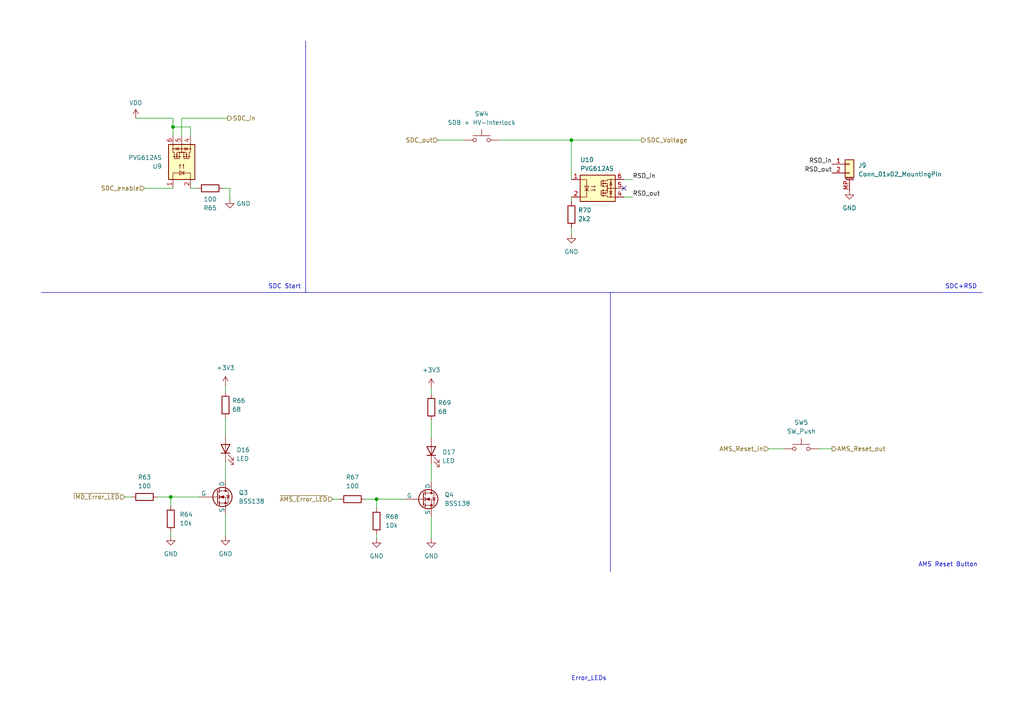
<source format=kicad_sch>
(kicad_sch (version 20250114) (generator "eeschema") (generator_version "9.0")
  (paper "A4")
  (lib_symbols
    (symbol "Connector_Generic_MountingPin:Conn_01x02_MountingPin" (pin_names (offset 1.016) (hide yes))
      (property "Reference" "J" (at 0 2.54 0))
      (property "Value" "Conn_01x02_MountingPin" (at 1.27 -5.08 0))
      (symbol "Conn_01x02_MountingPin_1_1"
        (rectangle (start -1.27 1.27) (end 1.27 -3.81) (stroke (width 0.254)) (fill (type background)))
        (rectangle (start -1.27 0.127) (end 0 -0.127) (stroke (width 0.1524)))
        (rectangle (start -1.27 -2.413) (end 0 -2.667) (stroke (width 0.1524)))
        (polyline (pts (xy -1.016 -4.572) (xy 1.016 -4.572)) (stroke (width 0.1524)))
        (text "Mounting" (at 0 -4.191 0) (effects (font (size 0.381 0.381))))
        (pin passive line (at -5.08 0 0) (length 3.81) (name "Pin_1") (number "1"))
        (pin passive line (at -5.08 -2.54 0) (length 3.81) (name "Pin_2") (number "2"))
        (pin passive line (at 0 -7.62 90) (length 3.048) (name "MountPin") (number "MP"))
      )
    )
    (symbol "Device:LED" (pin_numbers (hide yes)) (pin_names (offset 1.016) (hide yes))
      (property "Reference" "D" (at 0 2.54 0))
      (property "Value" "LED" (at 0 -2.54 0))
      (symbol "LED_0_1"
        (polyline (pts (xy -3.048 -0.762) (xy -4.572 -2.286) (xy -3.81 -2.286) (xy -4.572 -2.286) (xy -4.572 -1.524)))
        (polyline (pts (xy -1.778 -0.762) (xy -3.302 -2.286) (xy -2.54 -2.286) (xy -3.302 -2.286) (xy -3.302 -1.524)))
        (polyline (pts (xy -1.27 0) (xy 1.27 0)))
        (polyline (pts (xy -1.27 -1.27) (xy -1.27 1.27)) (stroke (width 0.254)))
        (polyline (pts (xy 1.27 -1.27) (xy 1.27 1.27) (xy -1.27 0) (xy 1.27 -1.27)) (stroke (width 0.254)))
      )
      (symbol "LED_1_1"
        (pin passive line (at -3.81 0 0) (length 2.54) (name "K") (number "1"))
        (pin passive line (at 3.81 0 180) (length 2.54) (name "A") (number "2"))
      )
    )
    (symbol "Device:R" (pin_numbers (hide yes)) (pin_names (offset 0))
      (property "Reference" "R" (at 2.032 0 90))
      (property "Value" "R" (at 0 0 90))
      (symbol "R_0_1"
        (rectangle (start -1.016 -2.54) (end 1.016 2.54) (stroke (width 0.254)))
      )
      (symbol "R_1_1"
        (pin passive line (at 0 3.81 270) (length 1.27) (name "~") (number "1"))
        (pin passive line (at 0 -3.81 90) (length 1.27) (name "~") (number "2"))
      )
    )
    (symbol "FaSTTUBe_Power-Switches:PVG612AS"
      (property "Reference" "U" (at -3.81 5.08 0))
      (property "Value" "PVG612AS" (at 0 -5.08 0))
      (symbol "PVG612AS_0_1"
        (rectangle (start -5.08 3.81) (end 5.08 -3.81) (stroke (width 0.254)) (fill (type background)))
        (polyline (pts (xy -5.08 2.54) (xy -3.175 2.54) (xy -3.175 -2.54) (xy -5.08 -2.54)))
        (polyline (pts (xy -3.81 -0.635) (xy -2.54 -0.635)))
        (polyline (pts (xy -3.175 -0.635) (xy -3.81 0.635) (xy -2.54 0.635) (xy -3.175 -0.635)))
        (polyline (pts (xy -1.905 0.508) (xy -0.635 0.508) (xy -1.016 0.381) (xy -1.016 0.635) (xy -0.635 0.508)))
        (polyline (pts (xy -1.905 -0.508) (xy -0.635 -0.508) (xy -1.016 -0.635) (xy -1.016 -0.381) (xy -0.635 -0.508)))
        (polyline (pts (xy 1.016 2.159) (xy 1.016 0.635)) (stroke (width 0.2032)))
        (polyline (pts (xy 1.016 -0.635) (xy 1.016 -2.159)) (stroke (width 0.2032)))
        (polyline (pts (xy 1.524 2.286) (xy 1.524 2.032) (xy 1.524 2.032)) (stroke (width 0.3556)))
        (polyline (pts (xy 1.524 1.524) (xy 1.524 1.27) (xy 1.524 1.27)) (stroke (width 0.3556)))
        (polyline (pts (xy 1.524 0.762) (xy 1.524 0.508) (xy 1.524 0.508)) (stroke (width 0.3556)))
        (polyline (pts (xy 1.524 -0.508) (xy 1.524 -0.762)) (stroke (width 0.3556)))
        (polyline (pts (xy 1.524 -1.27) (xy 1.524 -1.524) (xy 1.524 -1.524)) (stroke (width 0.3556)))
        (polyline (pts (xy 1.524 -2.032) (xy 1.524 -2.286) (xy 1.524 -2.286)) (stroke (width 0.3556)))
        (polyline (pts (xy 1.651 2.159) (xy 2.794 2.159) (xy 2.794 2.54) (xy 5.08 2.54)))
        (polyline (pts (xy 1.651 1.397) (xy 2.794 1.397) (xy 2.794 0.635)))
        (polyline (pts (xy 1.651 -0.635) (xy 2.794 -0.635) (xy 2.794 0.635) (xy 1.651 0.635)))
        (polyline (pts (xy 1.651 -1.397) (xy 2.794 -1.397) (xy 2.794 -0.635)))
        (polyline (pts (xy 1.651 -2.159) (xy 2.794 -2.159) (xy 2.794 -2.54) (xy 5.08 -2.54)))
        (polyline (pts (xy 1.778 1.397) (xy 2.286 1.524) (xy 2.286 1.27) (xy 1.778 1.397)))
        (polyline (pts (xy 1.778 -1.397) (xy 2.286 -1.27) (xy 2.286 -1.524) (xy 1.778 -1.397)))
        (circle (center 2.794 0.635) (radius 0.127))
        (polyline (pts (xy 2.794 0) (xy 5.08 0)))
        (circle (center 2.794 0) (radius 0.127))
        (circle (center 2.794 -0.635) (radius 0.127))
        (polyline (pts (xy 3.429 1.651) (xy 4.191 1.651)))
        (polyline (pts (xy 3.429 -1.651) (xy 4.191 -1.651)))
        (circle (center 3.81 2.54) (radius 0.127))
        (polyline (pts (xy 3.81 1.651) (xy 3.429 0.889) (xy 4.191 0.889) (xy 3.81 1.651)))
        (circle (center 3.81 0) (radius 0.127))
        (polyline (pts (xy 3.81 -1.651) (xy 3.429 -0.889) (xy 4.191 -0.889) (xy 3.81 -1.651)))
        (polyline (pts (xy 3.81 -2.54) (xy 3.81 2.54)))
        (circle (center 3.81 -2.54) (radius 0.127))
      )
      (symbol "PVG612AS_1_1"
        (pin passive line (at -7.62 2.54 0) (length 2.54) (name "~") (number "1"))
        (pin passive line (at -7.62 -2.54 0) (length 2.54) (name "~") (number "2"))
        (pin no_connect line (at -5.08 0 0) (length 2.54) (hide yes) (name "~") (number "3"))
        (pin passive line (at 7.62 2.54 180) (length 2.54) (name "~") (number "6"))
        (pin passive line (at 7.62 0 180) (length 2.54) (name "~") (number "5"))
        (pin passive line (at 7.62 -2.54 180) (length 2.54) (name "~") (number "4"))
      )
    )
    (symbol "Simulation_SPICE:NMOS" (pin_numbers (hide yes)) (pin_names (offset 0))
      (property "Reference" "Q" (at 5.08 1.27 0))
      (property "Value" "NMOS" (at 5.08 -1.27 0))
      (symbol "NMOS_0_1"
        (polyline (pts (xy 0.254 1.905) (xy 0.254 -1.905)) (stroke (width 0.254)))
        (polyline (pts (xy 0.254 0) (xy -2.54 0)))
        (polyline (pts (xy 0.762 2.286) (xy 0.762 1.27)) (stroke (width 0.254)))
        (polyline (pts (xy 0.762 0.508) (xy 0.762 -0.508)) (stroke (width 0.254)))
        (polyline (pts (xy 0.762 -1.27) (xy 0.762 -2.286)) (stroke (width 0.254)))
        (polyline (pts (xy 0.762 -1.778) (xy 3.302 -1.778) (xy 3.302 1.778) (xy 0.762 1.778)))
        (polyline (pts (xy 1.016 0) (xy 2.032 0.381) (xy 2.032 -0.381) (xy 1.016 0)) (fill (type outline)))
        (circle (center 1.651 0) (radius 2.794) (stroke (width 0.254)))
        (polyline (pts (xy 2.54 2.54) (xy 2.54 1.778)))
        (circle (center 2.54 1.778) (radius 0.254) (fill (type outline)))
        (circle (center 2.54 -1.778) (radius 0.254) (fill (type outline)))
        (polyline (pts (xy 2.54 -2.54) (xy 2.54 0) (xy 0.762 0)))
        (polyline (pts (xy 2.794 0.508) (xy 2.921 0.381) (xy 3.683 0.381) (xy 3.81 0.254)))
        (polyline (pts (xy 3.302 0.381) (xy 2.921 -0.254) (xy 3.683 -0.254) (xy 3.302 0.381)))
      )
      (symbol "NMOS_1_1"
        (pin input line (at -5.08 0 0) (length 2.54) (name "G") (number "2"))
        (pin passive line (at 2.54 5.08 270) (length 2.54) (name "D") (number "1"))
        (pin passive line (at 2.54 -5.08 90) (length 2.54) (name "S") (number "3"))
      )
    )
    (symbol "Switch:SW_Push" (pin_numbers (hide yes)) (pin_names (offset 1.016) (hide yes))
      (property "Reference" "SW" (at 1.27 2.54 0))
      (property "Value" "SW_Push" (at 0 -1.524 0))
      (symbol "SW_Push_0_1"
        (circle (center -2.032 0) (radius 0.508))
        (polyline (pts (xy 0 1.27) (xy 0 3.048)))
        (circle (center 2.032 0) (radius 0.508))
        (polyline (pts (xy 2.54 1.27) (xy -2.54 1.27)))
        (pin passive line (at -5.08 0 0) (length 2.54) (name "1") (number "1"))
        (pin passive line (at 5.08 0 180) (length 2.54) (name "2") (number "2"))
      )
    )
    (symbol "power:+3V3" (power) (pin_numbers (hide yes)) (pin_names (offset 0) (hide yes))
      (property "Value" "+3V3" (at 0 3.556 0))
      (symbol "+3V3_0_1"
        (polyline (pts (xy -0.762 1.27) (xy 0 2.54)))
        (polyline (pts (xy 0 2.54) (xy 0.762 1.27)))
        (polyline (pts (xy 0 0) (xy 0 2.54)))
      )
      (symbol "+3V3_1_1"
        (pin power_in line (at 0 0 90) (length 0) (name "~") (number "1"))
      )
    )
    (symbol "power:GND" (power) (pin_numbers (hide yes)) (pin_names (offset 0) (hide yes))
      (property "Value" "GND" (at 0 -3.81 0))
      (symbol "GND_0_1"
        (polyline (pts (xy 0 0) (xy 0 -1.27) (xy 1.27 -1.27) (xy 0 -2.54) (xy -1.27 -1.27) (xy 0 -1.27)))
      )
      (symbol "GND_1_1"
        (pin power_in line (at 0 0 270) (length 0) (name "~") (number "1"))
      )
    )
    (symbol "power:VDD" (power) (pin_numbers (hide yes)) (pin_names (offset 0) (hide yes))
      (property "Value" "VDD" (at 0 3.556 0))
      (symbol "VDD_0_1"
        (polyline (pts (xy -0.762 1.27) (xy 0 2.54)))
        (polyline (pts (xy 0 2.54) (xy 0.762 1.27)))
        (polyline (pts (xy 0 0) (xy 0 2.54)))
      )
      (symbol "VDD_1_1"
        (pin power_in line (at 0 0 90) (length 0) (name "~") (number "1"))
      )
    )
  )
  (text "AMS Reset Button" (at 274.955 163.83 0) (effects (font (size 1.27 1.27))))
  (text "Error_LEDs" (at 170.815 196.85 0) (effects (font (size 1.27 1.27))))
  (text "SDC+RSD" (at 278.765 83.185 0) (effects (font (size 1.27 1.27))))
  (text "SDC Start" (at 82.55 83.185 0) (effects (font (size 1.27 1.27))))
  (junction (at 50.165 36.83))
  (junction (at 165.735 40.64))
  (junction (at 109.22 144.78))
  (junction (at 49.53 144.145))
  (no_connect (at 180.975 54.61))
  (wire (pts (xy 237.49 130.175) (xy 241.3 130.175)))
  (wire (pts (xy 36.195 144.145) (xy 38.1 144.145)))
  (wire (pts (xy 96.52 144.78) (xy 98.425 144.78)))
  (wire (pts (xy 222.885 130.175) (xy 227.33 130.175)))
  (wire (pts (xy 65.405 149.225) (xy 65.405 155.575)))
  (wire (pts (xy 39.37 34.29) (xy 50.165 34.29)))
  (wire (pts (xy 55.245 39.37) (xy 55.245 36.83)))
  (wire (pts (xy 109.22 144.78) (xy 109.22 147.32)))
  (wire (pts (xy 64.77 54.61) (xy 66.675 54.61)))
  (wire (pts (xy 183.515 52.07) (xy 180.975 52.07)))
  (wire (pts (xy 127 40.64) (xy 134.62 40.64)))
  (wire (pts (xy 125.095 149.86) (xy 125.095 156.21)))
  (polyline (pts (xy 88.646 11.938) (xy 88.646 84.836)))
  (wire (pts (xy 180.975 57.15) (xy 183.515 57.15)))
  (wire (pts (xy 50.165 39.37) (xy 50.165 36.83)))
  (polyline (pts (xy 11.938 84.836) (xy 284.988 84.836)))
  (wire (pts (xy 125.095 134.62) (xy 125.095 139.7)))
  (wire (pts (xy 106.045 144.78) (xy 109.22 144.78)))
  (wire (pts (xy 165.735 40.64) (xy 186.055 40.64)))
  (wire (pts (xy 165.735 66.04) (xy 165.735 67.945)))
  (wire (pts (xy 165.735 57.15) (xy 165.735 58.42)))
  (wire (pts (xy 165.735 40.64) (xy 165.735 52.07)))
  (wire (pts (xy 125.095 112.395) (xy 125.095 114.3)))
  (wire (pts (xy 49.53 144.145) (xy 57.785 144.145)))
  (wire (pts (xy 45.72 144.145) (xy 49.53 144.145)))
  (wire (pts (xy 41.91 54.61) (xy 50.165 54.61)))
  (wire (pts (xy 65.405 111.76) (xy 65.405 113.665)))
  (wire (pts (xy 65.405 121.285) (xy 65.405 126.365)))
  (wire (pts (xy 66.675 54.61) (xy 66.675 57.785)))
  (wire (pts (xy 50.165 36.83) (xy 55.245 36.83)))
  (polyline (pts (xy 177.038 84.836) (xy 177.038 165.862)))
  (wire (pts (xy 52.705 34.29) (xy 66.04 34.29)))
  (wire (pts (xy 49.53 144.145) (xy 49.53 146.685)))
  (wire (pts (xy 52.705 39.37) (xy 52.705 34.29)))
  (wire (pts (xy 144.78 40.64) (xy 165.735 40.64)))
  (wire (pts (xy 50.165 36.83) (xy 50.165 34.29)))
  (wire (pts (xy 55.245 54.61) (xy 57.15 54.61)))
  (wire (pts (xy 125.095 121.92) (xy 125.095 127)))
  (wire (pts (xy 109.22 144.78) (xy 117.475 144.78)))
  (wire (pts (xy 109.22 156.21) (xy 109.22 154.94)))
  (wire (pts (xy 49.53 155.575) (xy 49.53 154.305)))
  (wire (pts (xy 65.405 133.985) (xy 65.405 139.065)))
  (label "RSD_out" (at 241.3 50.165 180))
  (label "RSD_in" (at 183.515 52.07 0))
  (label "RSD_out" (at 183.515 57.15 0))
  (label "RSD_in" (at 241.3 47.625 180))
  (hierarchical_label "SDC_out" (shape input) (at 127 40.64 180))
  (hierarchical_label "~{AMS_Error_LED}" (shape input) (at 96.52 144.78 180))
  (hierarchical_label "~{IMD_Error_LED}" (shape input) (at 36.195 144.145 180))
  (hierarchical_label "SDC_in" (shape output) (at 66.04 34.29 0))
  (hierarchical_label "AMS_Reset_in" (shape input) (at 222.885 130.175 180))
  (hierarchical_label "SDC_enable" (shape input) (at 41.91 54.61 180))
  (hierarchical_label "SDC_Voltage" (shape output) (at 186.055 40.64 0))
  (hierarchical_label "AMS_Reset_out" (shape output) (at 241.3 130.175 0))
  (symbol (lib_id "Device:R") (at 125.095 118.11 180) (unit 1)
    (property "Reference" "R69" (at 127 116.8399 0) (effects (justify right)))
    (property "Value" "68" (at 127 119.3799 0) (effects (justify right)))
    (property "Footprint" "Resistor_SMD:R_0603_1608Metric" (effects (hide yes)))
    (property "Datasheet" "CRGCQ1206F15R" (effects (hide yes)))
    (property "Description" "Resistor" (effects (hide yes)))
  )
  (symbol (lib_id "Device:R") (at 41.91 144.145 270) (unit 1)
    (property "Reference" "R63" (at 41.91 138.43 90))
    (property "Value" "100" (at 41.91 140.97 90))
    (property "Footprint" "Resistor_SMD:R_0603_1608Metric" (effects (hide yes)))
    (property "Description" "Resistor" (effects (hide yes)))
  )
  (symbol (lib_id "Device:R") (at 49.53 150.495 180) (unit 1)
    (property "Reference" "R64" (at 52.07 149.2249 0) (effects (justify right)))
    (property "Value" "10k" (at 52.07 151.7649 0) (effects (justify right)))
    (property "Footprint" "Resistor_SMD:R_0603_1608Metric" (effects (hide yes)))
    (property "Description" "Resistor" (effects (hide yes)))
  )
  (symbol (lib_id "power:GND") (at 66.675 57.785 0) (mirror y) (unit 1)
    (property "Reference" "#PWR0117" (effects (hide yes)))
    (property "Value" "GND" (at 68.58 59.0549 0) (effects (justify right)))
    (property "Description" "Power symbol creates a global label with name \"GND\" , ground" (effects (hide yes)))
  )
  (symbol (lib_id "power:GND") (at 109.22 156.21 0) (unit 1)
    (property "Reference" "#PWR0118" (effects (hide yes)))
    (property "Value" "GND" (at 109.22 161.29 0))
    (property "Description" "Power symbol creates a global label with name \"GND\" , ground" (effects (hide yes)))
  )
  (symbol (lib_id "Device:R") (at 65.405 117.475 180) (unit 1)
    (property "Reference" "R66" (at 67.31 116.2049 0) (effects (justify right)))
    (property "Value" "68" (at 67.31 118.7449 0) (effects (justify right)))
    (property "Footprint" "Resistor_SMD:R_0603_1608Metric" (effects (hide yes)))
    (property "Datasheet" "CRGCQ1206F15R" (effects (hide yes)))
    (property "Description" "Resistor" (effects (hide yes)))
  )
  (symbol (lib_id "Device:R") (at 165.735 62.23 180) (unit 1)
    (property "Reference" "R70" (at 167.64 60.9599 0) (effects (justify right)))
    (property "Value" "2k2" (at 167.64 63.4999 0) (effects (justify right)))
    (property "Footprint" "Resistor_SMD:R_1210_3225Metric" (effects (hide yes)))
    (property "Datasheet" "560112140007" (effects (hide yes)))
    (property "Description" "Resistor" (effects (hide yes)))
  )
  (symbol (lib_id "power:GND") (at 246.38 55.245 0) (unit 1)
    (property "Reference" "#PWR0122" (effects (hide yes)))
    (property "Value" "GND" (at 246.38 60.325 0))
    (property "Description" "Power symbol creates a global label with name \"GND\" , ground" (effects (hide yes)))
  )
  (symbol (lib_id "power:+3V3") (at 65.405 111.76 0) (unit 1)
    (property "Reference" "#PWR0115" (effects (hide yes)))
    (property "Value" "+3V3" (at 65.405 106.68 0))
    (property "Description" "Power symbol creates a global label with name \"+3V3\"" (effects (hide yes)))
  )
  (symbol (lib_id "Simulation_SPICE:NMOS") (at 62.865 144.145 0) (unit 1)
    (property "Reference" "Q3" (at 69.215 142.8749 0) (effects (justify left)))
    (property "Value" "BSS138" (at 69.215 145.4149 0) (effects (justify left)))
    (property "Footprint" "Package_TO_SOT_SMD:SOT-23-3" (effects (hide yes)))
    (property "Datasheet" "https://www.onsemi.com/pdf/datasheet/bss138-d.pdf" (effects (hide yes)))
    (property "Description" "N-MOSFET transistor, drain/source/gate" (effects (hide yes)))
    (property "Sim.Device" "NMOS" (effects (hide yes)))
    (property "Sim.Type" "VDMOS" (effects (hide yes)))
    (property "Sim.Pins" "1=D 2=G 3=S" (effects (hide yes)))
  )
  (symbol (lib_id "Device:R") (at 102.235 144.78 270) (unit 1)
    (property "Reference" "R67" (at 102.235 138.43 90))
    (property "Value" "100" (at 102.235 140.97 90))
    (property "Footprint" "Resistor_SMD:R_0603_1608Metric" (effects (hide yes)))
    (property "Description" "Resistor" (effects (hide yes)))
  )
  (symbol (lib_id "power:GND") (at 49.53 155.575 0) (unit 1)
    (property "Reference" "#PWR0114" (effects (hide yes)))
    (property "Value" "GND" (at 49.53 160.655 0))
    (property "Description" "Power symbol creates a global label with name \"GND\" , ground" (effects (hide yes)))
  )
  (symbol (lib_id "power:VDD") (at 39.37 34.29 0) (unit 1)
    (property "Reference" "#PWR015" (effects (hide yes)))
    (property "Value" "VDD" (at 39.37 29.845 0))
    (property "Description" "Power symbol creates a global label with name \"VDD\"" (effects (hide yes)))
  )
  (symbol (lib_id "Device:R") (at 60.96 54.61 90) (mirror x) (unit 1)
    (property "Reference" "R65" (at 60.96 60.325 90))
    (property "Value" "100" (at 60.96 57.785 90))
    (property "Footprint" "Resistor_SMD:R_0603_1608Metric" (effects (hide yes)))
    (property "Description" "Resistor" (effects (hide yes)))
  )
  (symbol (lib_id "Device:LED") (at 65.405 130.175 90) (unit 1)
    (property "Reference" "D16" (at 68.58 130.4924 90) (effects (justify right)))
    (property "Value" "LED" (at 68.58 133.0324 90) (effects (justify right)))
    (property "Footprint" "FaSTTUBe_connectors:Micro_Mate-N-Lok_2p_vertical" (effects (hide yes)))
    (property "Datasheet" "https://www.we-online.com/components/products/datasheet/151054RS03000.pdf" (effects (hide yes)))
    (property "Description" "151054RS03000" (effects (hide yes)))
  )
  (symbol (lib_id "Device:R") (at 109.22 151.13 180) (unit 1)
    (property "Reference" "R68" (at 111.76 149.8599 0) (effects (justify right)))
    (property "Value" "10k" (at 111.76 152.3999 0) (effects (justify right)))
    (property "Footprint" "Resistor_SMD:R_0603_1608Metric" (effects (hide yes)))
    (property "Description" "Resistor" (effects (hide yes)))
  )
  (symbol (lib_id "Device:LED") (at 125.095 130.81 90) (unit 1)
    (property "Reference" "D17" (at 128.27 131.1274 90) (effects (justify right)))
    (property "Value" "LED" (at 128.27 133.6674 90) (effects (justify right)))
    (property "Footprint" "FaSTTUBe_connectors:Micro_Mate-N-Lok_2p_vertical" (effects (hide yes)))
    (property "Datasheet" "https://www.we-online.com/components/products/datasheet/151054RS03000.pdf" (effects (hide yes)))
    (property "Description" "151054RS03000" (effects (hide yes)))
  )
  (symbol (lib_id "power:GND") (at 65.405 155.575 0) (unit 1)
    (property "Reference" "#PWR0116" (effects (hide yes)))
    (property "Value" "GND" (at 65.405 160.655 0))
    (property "Description" "Power symbol creates a global label with name \"GND\" , ground" (effects (hide yes)))
  )
  (symbol (lib_id "Switch:SW_Push") (at 139.7 40.64 0) (unit 1)
    (property "Reference" "SW4" (at 139.7 33.02 0))
    (property "Value" "SDB + HV-Interlock" (at 139.7 35.56 0))
    (property "Footprint" "FaSTTUBe_connectors:Micro_Mate-N-Lok_2p_vertical" (effects (hide yes)))
    (property "Description" "Push button switch, generic, two pins" (effects (hide yes)))
  )
  (symbol (lib_id "power:GND") (at 125.095 156.21 0) (unit 1)
    (property "Reference" "#PWR0120" (effects (hide yes)))
    (property "Value" "GND" (at 125.095 161.29 0))
    (property "Description" "Power symbol creates a global label with name \"GND\" , ground" (effects (hide yes)))
  )
  (symbol (lib_id "power:+3V3") (at 125.095 112.395 0) (unit 1)
    (property "Reference" "#PWR0119" (effects (hide yes)))
    (property "Value" "+3V3" (at 125.095 107.315 0))
    (property "Description" "Power symbol creates a global label with name \"+3V3\"" (effects (hide yes)))
  )
  (symbol (lib_id "FaSTTUBe_Power-Switches:PVG612AS") (at 52.705 46.99 90) (unit 1)
    (property "Reference" "U9" (at 46.99 48.2601 90) (effects (justify left)))
    (property "Value" "PVG612AS" (at 46.99 45.7201 90) (effects (justify left)))
    (property "Footprint" "Package_DIP:SMDIP-6_W9.53mm" (effects (hide yes)))
    (property "Datasheet" "https://www.infineon.com/dgdl/Infineon-PVG612A-DataSheet-v01_00-EN.pdf?fileId=5546d462533600a401535683ca14293a" (effects (hide yes)))
    (property "Description" "Photo MOSFET optically coupled, 60VDC, 4A, 35mohm, Isolation 4000 VRMS, SMDIP-6" (effects (hide yes)))
  )
  (symbol (lib_id "Switch:SW_Push") (at 232.41 130.175 0) (unit 1)
    (property "Reference" "SW5" (at 232.41 122.555 0))
    (property "Value" "SW_Push" (at 232.41 125.095 0))
    (property "Footprint" "FaSTTUBe_connectors:Micro_Mate-N-Lok_2p_vertical" (effects (hide yes)))
    (property "Description" "Push button switch, generic, two pins" (effects (hide yes)))
  )
  (symbol (lib_id "Connector_Generic_MountingPin:Conn_01x02_MountingPin") (at 246.38 47.625 0) (unit 1)
    (property "Reference" "J9" (at 248.92 47.9805 0) (effects (justify left)))
    (property "Value" "Conn_01x02_MountingPin" (at 248.92 50.5205 0) (effects (justify left)))
    (property "Footprint" "FaSTTUBe_connectors:Micro_Mate-N-Lok_2p_vertical" (effects (hide yes)))
    (property "Description" "Generic connectable mounting pin connector, single row, 01x02, script generated (kicad-library-utils/schlib/autogen/connector/)" (effects (hide yes)))
  )
  (symbol (lib_id "Simulation_SPICE:NMOS") (at 122.555 144.78 0) (unit 1)
    (property "Reference" "Q4" (at 128.905 143.5099 0) (effects (justify left)))
    (property "Value" "BSS138" (at 128.905 146.0499 0) (effects (justify left)))
    (property "Footprint" "Package_TO_SOT_SMD:SOT-23-3" (effects (hide yes)))
    (property "Datasheet" "https://www.onsemi.com/pdf/datasheet/bss138-d.pdf" (effects (hide yes)))
    (property "Description" "N-MOSFET transistor, drain/source/gate" (effects (hide yes)))
    (property "Sim.Device" "NMOS" (effects (hide yes)))
    (property "Sim.Type" "VDMOS" (effects (hide yes)))
    (property "Sim.Pins" "1=D 2=G 3=S" (effects (hide yes)))
  )
  (symbol (lib_id "power:GND") (at 165.735 67.945 0) (unit 1)
    (property "Reference" "#PWR0121" (effects (hide yes)))
    (property "Value" "GND" (at 165.735 73.025 0))
    (property "Description" "Power symbol creates a global label with name \"GND\" , ground" (effects (hide yes)))
  )
  (symbol (lib_id "FaSTTUBe_Power-Switches:PVG612AS") (at 173.355 54.61 0) (unit 1)
    (property "Reference" "U10" (at 168.275 46.355 0) (effects (justify left)))
    (property "Value" "PVG612AS" (at 168.275 48.895 0) (effects (justify left)))
    (property "Footprint" "Package_DIP:SMDIP-6_W9.53mm" (effects (hide yes)))
    (property "Datasheet" "https://www.infineon.com/dgdl/Infineon-PVG612A-DataSheet-v01_00-EN.pdf?fileId=5546d462533600a401535683ca14293a" (effects (hide yes)))
    (property "Description" "Photo MOSFET optically coupled, 60VDC, 4A, 35mohm, Isolation 4000 VRMS, SMDIP-6" (effects (hide yes)))
  )
)
</source>
